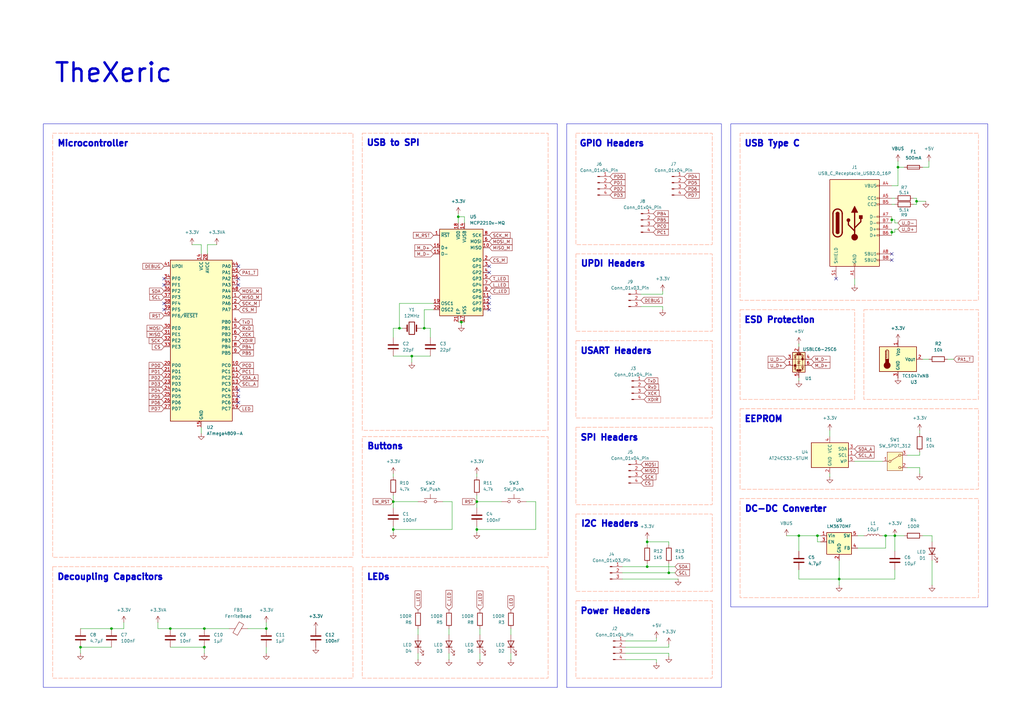
<source format=kicad_sch>
(kicad_sch (version 20231120) (generator "eeschema") (generator_version "8.0")
  (paper "A3")
  (title_block (title "TheXeric") (date "2024-12-04") (rev "1.0") (company "Nikolaos Isaak Bitsikas"))
  (junction (at 365.76 95.25))
  (junction (at 83.82 265.43))
  (junction (at 83.82 257.81))
  (junction (at 45.72 257.81))
  (junction (at 265.43 222.25))
  (junction (at 375.92 82.55))
  (junction (at 161.29 217.17))
  (junction (at 344.17 237.49))
  (junction (at 195.58 217.17))
  (junction (at 187.96 88.9))
  (junction (at 163.83 134.62))
  (junction (at 189.23 132.08))
  (junction (at 365.76 90.17))
  (junction (at 33.02 265.43))
  (junction (at 265.43 232.41))
  (junction (at 109.22 257.81))
  (junction (at 335.28 219.71))
  (junction (at 368.3 68.58))
  (junction (at 327.66 219.71))
  (junction (at 367.03 219.71))
  (junction (at 69.85 257.81))
  (junction (at 274.32 234.95))
  (junction (at 161.29 205.74))
  (junction (at 195.58 205.74))
  (junction (at 173.99 134.62))
  (junction (at 168.91 146.05))
  (junction (at 363.22 219.71))
  (no_connect (at 200.66 127))
  (no_connect (at 200.66 111.76))
  (no_connect (at 200.66 121.92))
  (no_connect (at 97.79 109.22))
  (no_connect (at 67.31 124.46))
  (no_connect (at 97.79 165.1))
  (no_connect (at 67.31 127))
  (no_connect (at 97.79 162.56))
  (no_connect (at 67.31 116.84))
  (no_connect (at 67.31 114.3))
  (no_connect (at 97.79 116.84))
  (no_connect (at 200.66 124.46))
  (no_connect (at 365.76 106.68))
  (no_connect (at 342.9 114.3))
  (no_connect (at 97.79 160.02))
  (no_connect (at 365.76 104.14))
  (no_connect (at 97.79 114.3))
  (no_connect (at 200.66 109.22))
  (wire (pts (xy 374.65 83.82) (xy 375.92 83.82)))
  (wire (pts (xy 219.71 217.17) (xy 195.58 217.17)))
  (wire (pts (xy 335.28 222.25) (xy 336.55 222.25)))
  (wire (pts (xy 368.3 68.58) (xy 368.3 76.2)))
  (wire (pts (xy 327.66 154.94) (xy 327.66 156.21)))
  (wire (pts (xy 209.55 267.97) (xy 209.55 270.51)))
  (wire (pts (xy 335.28 219.71) (xy 335.28 222.25)))
  (wire (pts (xy 381 68.58) (xy 378.46 68.58)))
  (wire (pts (xy 367.03 91.44) (xy 368.3 91.44)))
  (wire (pts (xy 82.55 100.33) (xy 78.74 100.33)))
  (wire (pts (xy 372.11 191.77) (xy 377.19 191.77)))
  (wire (pts (xy 269.24 262.89) (xy 269.24 261.62)))
  (wire (pts (xy 340.36 176.53) (xy 340.36 179.07)))
  (wire (pts (xy 161.29 203.2) (xy 161.29 205.74)))
  (wire (pts (xy 368.3 68.58) (xy 370.84 68.58)))
  (wire (pts (xy 101.6 257.81) (xy 109.22 257.81)))
  (wire (pts (xy 274.32 265.43) (xy 274.32 264.16)))
  (wire (pts (xy 256.54 265.43) (xy 274.32 265.43)))
  (wire (pts (xy 363.22 224.79) (xy 363.22 219.71)))
  (wire (pts (xy 274.32 267.97) (xy 274.32 269.24)))
  (wire (pts (xy 327.66 140.97) (xy 327.66 142.24)))
  (wire (pts (xy 168.91 146.05) (xy 168.91 148.59)))
  (wire (pts (xy 344.17 237.49) (xy 367.03 237.49)))
  (wire (pts (xy 327.66 219.71) (xy 327.66 226.06)))
  (wire (pts (xy 196.85 260.35) (xy 196.85 257.81)))
  (wire (pts (xy 187.96 87.63) (xy 187.96 88.9)))
  (wire (pts (xy 377.19 191.77) (xy 377.19 194.31)))
  (wire (pts (xy 367.03 95.25) (xy 367.03 93.98)))
  (wire (pts (xy 171.45 267.97) (xy 171.45 270.51)))
  (wire (pts (xy 161.29 194.31) (xy 161.29 195.58)))
  (wire (pts (xy 269.24 271.78) (xy 269.24 270.51)))
  (wire (pts (xy 195.58 215.9) (xy 195.58 217.17)))
  (wire (pts (xy 265.43 222.25) (xy 274.32 222.25)))
  (wire (pts (xy 64.77 255.27) (xy 64.77 257.81)))
  (wire (pts (xy 109.22 265.43) (xy 109.22 267.97)))
  (wire (pts (xy 195.58 217.17) (xy 195.58 218.44)))
  (wire (pts (xy 274.32 234.95) (xy 276.86 234.95)))
  (wire (pts (xy 85.09 100.33) (xy 85.09 104.14)))
  (wire (pts (xy 367.03 233.68) (xy 367.03 237.49)))
  (wire (pts (xy 335.28 219.71) (xy 336.55 219.71)))
  (wire (pts (xy 85.09 100.33) (xy 88.9 100.33)))
  (wire (pts (xy 265.43 231.14) (xy 265.43 232.41)))
  (wire (pts (xy 177.8 127) (xy 173.99 127)))
  (wire (pts (xy 344.17 229.87) (xy 344.17 237.49)))
  (wire (pts (xy 33.02 265.43) (xy 45.72 265.43)))
  (wire (pts (xy 184.15 267.97) (xy 184.15 270.51)))
  (wire (pts (xy 195.58 205.74) (xy 205.74 205.74)))
  (wire (pts (xy 161.29 134.62) (xy 163.83 134.62)))
  (wire (pts (xy 271.78 120.65) (xy 271.78 119.38)))
  (wire (pts (xy 256.54 267.97) (xy 274.32 267.97)))
  (wire (pts (xy 161.29 205.74) (xy 161.29 208.28)))
  (wire (pts (xy 195.58 194.31) (xy 195.58 195.58)))
  (wire (pts (xy 172.72 134.62) (xy 173.99 134.62)))
  (wire (pts (xy 378.46 147.32) (xy 381 147.32)))
  (wire (pts (xy 195.58 203.2) (xy 195.58 205.74)))
  (wire (pts (xy 255.27 234.95) (xy 274.32 234.95)))
  (wire (pts (xy 269.24 270.51) (xy 256.54 270.51)))
  (wire (pts (xy 187.96 88.9) (xy 187.96 91.44)))
  (wire (pts (xy 82.55 104.14) (xy 82.55 100.33)))
  (wire (pts (xy 187.96 132.08) (xy 189.23 132.08)))
  (wire (pts (xy 196.85 267.97) (xy 196.85 270.51)))
  (wire (pts (xy 365.76 90.17) (xy 365.76 91.44)))
  (wire (pts (xy 184.15 260.35) (xy 184.15 257.81)))
  (wire (pts (xy 69.85 257.81) (xy 83.82 257.81)))
  (wire (pts (xy 322.58 219.71) (xy 327.66 219.71)))
  (wire (pts (xy 185.42 205.74) (xy 185.42 217.17)))
  (wire (pts (xy 351.79 224.79) (xy 363.22 224.79)))
  (wire (pts (xy 340.36 194.31) (xy 340.36 195.58)))
  (wire (pts (xy 33.02 257.81) (xy 45.72 257.81)))
  (wire (pts (xy 381 66.04) (xy 381 68.58)))
  (wire (pts (xy 372.11 186.69) (xy 377.19 186.69)))
  (wire (pts (xy 327.66 219.71) (xy 335.28 219.71)))
  (wire (pts (xy 50.8 255.27) (xy 50.8 257.81)))
  (wire (pts (xy 262.89 120.65) (xy 271.78 120.65)))
  (wire (pts (xy 185.42 217.17) (xy 161.29 217.17)))
  (wire (pts (xy 365.76 76.2) (xy 368.3 76.2)))
  (wire (pts (xy 365.76 83.82) (xy 367.03 83.82)))
  (wire (pts (xy 274.32 231.14) (xy 274.32 234.95)))
  (wire (pts (xy 377.19 185.42) (xy 377.19 186.69)))
  (wire (pts (xy 367.03 219.71) (xy 370.84 219.71)))
  (wire (pts (xy 168.91 146.05) (xy 176.53 146.05)))
  (wire (pts (xy 351.79 219.71) (xy 354.33 219.71)))
  (wire (pts (xy 83.82 257.81) (xy 93.98 257.81)))
  (wire (pts (xy 161.29 146.05) (xy 168.91 146.05)))
  (wire (pts (xy 350.52 114.3) (xy 350.52 116.84)))
  (wire (pts (xy 64.77 257.81) (xy 69.85 257.81)))
  (wire (pts (xy 375.92 82.55) (xy 375.92 81.28)))
  (wire (pts (xy 189.23 132.08) (xy 189.23 133.35)))
  (wire (pts (xy 187.96 88.9) (xy 190.5 88.9)))
  (wire (pts (xy 378.46 219.71) (xy 382.27 219.71)))
  (wire (pts (xy 209.55 260.35) (xy 209.55 257.81)))
  (wire (pts (xy 327.66 237.49) (xy 344.17 237.49)))
  (wire (pts (xy 219.71 205.74) (xy 219.71 217.17)))
  (wire (pts (xy 327.66 233.68) (xy 327.66 237.49)))
  (wire (pts (xy 255.27 232.41) (xy 265.43 232.41)))
  (wire (pts (xy 375.92 81.28) (xy 374.65 81.28)))
  (wire (pts (xy 367.03 90.17) (xy 367.03 91.44)))
  (wire (pts (xy 377.19 176.53) (xy 377.19 177.8)))
  (wire (pts (xy 33.02 265.43) (xy 33.02 267.97)))
  (wire (pts (xy 161.29 215.9) (xy 161.29 217.17)))
  (wire (pts (xy 382.27 219.71) (xy 382.27 222.25)))
  (wire (pts (xy 265.43 232.41) (xy 276.86 232.41)))
  (wire (pts (xy 215.9 205.74) (xy 219.71 205.74)))
  (wire (pts (xy 344.17 237.49) (xy 344.17 240.03)))
  (wire (pts (xy 262.89 125.73) (xy 271.78 125.73)))
  (wire (pts (xy 161.29 205.74) (xy 171.45 205.74)))
  (wire (pts (xy 173.99 127) (xy 173.99 134.62)))
  (wire (pts (xy 274.32 223.52) (xy 274.32 222.25)))
  (wire (pts (xy 171.45 260.35) (xy 171.45 257.81)))
  (wire (pts (xy 163.83 134.62) (xy 165.1 134.62)))
  (wire (pts (xy 163.83 124.46) (xy 163.83 134.62)))
  (wire (pts (xy 365.76 93.98) (xy 365.76 95.25)))
  (wire (pts (xy 189.23 132.08) (xy 190.5 132.08)))
  (wire (pts (xy 173.99 134.62) (xy 176.53 134.62)))
  (wire (pts (xy 195.58 205.74) (xy 195.58 208.28)))
  (wire (pts (xy 161.29 134.62) (xy 161.29 138.43)))
  (wire (pts (xy 375.92 82.55) (xy 379.73 82.55)))
  (wire (pts (xy 350.52 189.23) (xy 361.95 189.23)))
  (wire (pts (xy 45.72 257.81) (xy 50.8 257.81)))
  (wire (pts (xy 265.43 222.25) (xy 265.43 223.52)))
  (wire (pts (xy 365.76 81.28) (xy 367.03 81.28)))
  (wire (pts (xy 375.92 83.82) (xy 375.92 82.55)))
  (wire (pts (xy 176.53 134.62) (xy 176.53 138.43)))
  (wire (pts (xy 365.76 95.25) (xy 367.03 95.25)))
  (wire (pts (xy 69.85 265.43) (xy 83.82 265.43)))
  (wire (pts (xy 361.95 219.71) (xy 363.22 219.71)))
  (wire (pts (xy 271.78 125.73) (xy 271.78 127)))
  (wire (pts (xy 255.27 237.49) (xy 278.13 237.49)))
  (wire (pts (xy 265.43 220.98) (xy 265.43 222.25)))
  (wire (pts (xy 382.27 229.87) (xy 382.27 240.03)))
  (wire (pts (xy 391.16 147.32) (xy 388.62 147.32)))
  (wire (pts (xy 82.55 175.26) (xy 82.55 177.8)))
  (wire (pts (xy 368.3 66.04) (xy 368.3 68.58)))
  (wire (pts (xy 363.22 219.71) (xy 367.03 219.71)))
  (wire (pts (xy 367.03 219.71) (xy 367.03 226.06)))
  (wire (pts (xy 256.54 262.89) (xy 269.24 262.89)))
  (wire (pts (xy 365.76 90.17) (xy 367.03 90.17)))
  (wire (pts (xy 177.8 124.46) (xy 163.83 124.46)))
  (wire (pts (xy 181.61 205.74) (xy 185.42 205.74)))
  (wire (pts (xy 367.03 93.98) (xy 368.3 93.98)))
  (wire (pts (xy 161.29 217.17) (xy 161.29 218.44)))
  (wire (pts (xy 365.76 95.25) (xy 365.76 96.52)))
  (wire (pts (xy 190.5 91.44) (xy 190.5 88.9)))
  (wire (pts (xy 83.82 265.43) (xy 83.82 267.97)))
  (wire (pts (xy 109.22 255.27) (xy 109.22 257.81)))
  (wire (pts (xy 365.76 88.9) (xy 365.76 90.17)))
  (rectangle (start 21.59 54.61) (end 144.78 228.6) (stroke (width 0) (type dash) (color 255 132 97 1)))
  (rectangle (start 299.72 50.8) (end 405.13 248.92))
  (rectangle (start 232.41 50.8) (end 295.91 281.94))
  (rectangle (start 148.59 179.07) (end 224.79 228.6) (stroke (width 0) (type dash) (color 255 132 97 1)))
  (rectangle (start 236.22 175.26) (end 292.1 207.01) (stroke (width 0) (type dash) (color 255 132 97 1)))
  (rectangle (start 303.53 54.61) (end 401.32 123.19) (stroke (width 0) (type dash) (color 255 132 97 1)))
  (rectangle (start 21.59 232.41) (end 144.78 278.13) (stroke (width 0) (type dash) (color 255 132 97 1)))
  (rectangle (start 148.59 54.61) (end 224.79 176.53) (stroke (width 0) (type dash) (color 255 132 97 1)))
  (rectangle (start 236.22 210.82) (end 292.1 242.57) (stroke (width 0) (type dash) (color 255 132 97 1)))
  (rectangle (start 303.53 127) (end 350.52 163.83) (stroke (width 0) (type dash) (color 255 132 97 1)))
  (rectangle (start 236.22 54.61) (end 292.1 100.33) (stroke (width 0) (type dash) (color 255 132 97 1)))
  (rectangle (start 236.22 246.38) (end 292.1 278.13) (stroke (width 0) (type dash) (color 255 132 97 1)))
  (rectangle (start 303.53 167.64) (end 401.32 200.66) (stroke (width 0) (type dash) (color 255 132 97 1)))
  (rectangle (start 354.33 127) (end 401.32 163.83) (stroke (width 0) (type dash) (color 255 132 97 1)))
  (rectangle (start 236.22 104.14) (end 292.1 135.89) (stroke (width 0) (type dash) (color 255 132 97 1)))
  (rectangle (start 17.78 50.8) (end 228.6 281.94))
  (rectangle (start 236.22 139.7) (end 292.1 171.45) (stroke (width 0) (type dash) (color 255 132 97 1)))
  (rectangle (start 148.59 232.41) (end 224.79 278.13) (stroke (width 0) (type dash) (color 255 132 97 1)))
  (rectangle (start 303.53 204.47) (end 401.32 245.11) (stroke (width 0) (type dash) (color 255 132 97 1)))
  (text "Microcontroller" (at 38.1 58.928 0) (effects (font (size 2.54 2.54) (thickness 1.016) (bold yes))))
  (text "EEPROM" (at 313.182 171.958 0) (effects (font (size 2.54 2.54) (thickness 1.016) (bold yes))))
  (text "USART Headers" (at 252.73 144.018 0) (effects (font (size 2.54 2.54) (thickness 1.016) (bold yes))))
  (text "LEDs" (at 155.194 236.728 0) (effects (font (size 2.54 2.54) (thickness 1.016) (bold yes))))
  (text "USB Type C" (at 316.738 58.928 0) (effects (font (size 2.54 2.54) (thickness 1.016) (bold yes))))
  (text "Power Headers" (at 252.476 250.698 0) (effects (font (size 2.54 2.54) (thickness 1.016) (bold yes))))
  (text "Buttons" (at 157.988 183.134 0) (effects (font (size 2.54 2.54) (thickness 1.016) (bold yes))))
  (text "UPDI Headers" (at 251.46 108.204 0) (effects (font (size 2.54 2.54) (thickness 1.016) (bold yes))))
  (text "GPIO Headers" (at 250.952 58.928 0) (effects (font (size 2.54 2.54) (thickness 1.016) (bold yes))))
  (text "TheXeric" (at 46.482 29.972 0) (effects (font (size 7.62 7.62) (thickness 1.016) (bold yes))))
  (text "I2C Headers" (at 250.19 214.884 0) (effects (font (size 2.54 2.54) (thickness 1.016) (bold yes))))
  (text "USB to SPI" (at 161.29 58.674 0) (effects (font (size 2.54 2.54) (thickness 1.016) (bold yes))))
  (text "SPI Headers" (at 249.936 179.578 0) (effects (font (size 2.54 2.54) (thickness 1.016) (bold yes))))
  (text "DC-DC Converter" (at 322.326 208.788 0) (effects (font (size 2.54 2.54) (thickness 1.016) (bold yes))))
  (text "Decoupling Capacitors" (at 45.212 236.728 0) (effects (font (size 2.54 2.54) (thickness 1.016) (bold yes))))
  (text "ESD Protection" (at 319.786 131.318 0) (effects (font (size 2.54 2.54) (thickness 1.016) (bold yes))))
  (global_label "L_LED" (shape input) (at 171.45 250.19 90) (property "Intersheetrefs" "${INTERSHEET_REFS}" (effects (hide yes))))
  (global_label "PD7" (shape input) (at 280.67 80.01 0) (property "Intersheetrefs" "${INTERSHEET_REFS}" (effects (hide yes))))
  (global_label "PD0" (shape input) (at 67.31 149.86 180) (property "Intersheetrefs" "${INTERSHEET_REFS}" (effects (hide yes))))
  (global_label "L_LED" (shape input) (at 200.66 116.84 0) (property "Intersheetrefs" "${INTERSHEET_REFS}" (effects (hide yes))))
  (global_label "PD4" (shape input) (at 67.31 160.02 180) (property "Intersheetrefs" "${INTERSHEET_REFS}" (effects (hide yes))))
  (global_label "LED" (shape input) (at 209.55 250.19 90) (property "Intersheetrefs" "${INTERSHEET_REFS}" (effects (hide yes))))
  (global_label "PD5" (shape input) (at 280.67 74.93 0) (property "Intersheetrefs" "${INTERSHEET_REFS}" (effects (hide yes))))
  (global_label "SCL" (shape input) (at 67.31 121.92 180) (property "Intersheetrefs" "${INTERSHEET_REFS}" (effects (hide yes))))
  (global_label "SDA" (shape input) (at 67.31 119.38 180) (property "Intersheetrefs" "${INTERSHEET_REFS}" (effects (hide yes))))
  (global_label "RST" (shape input) (at 67.31 129.54 180) (property "Intersheetrefs" "${INTERSHEET_REFS}" (effects (hide yes))))
  (global_label "SDA_A" (shape input) (at 97.79 154.94 0) (property "Intersheetrefs" "${INTERSHEET_REFS}" (effects (hide yes))))
  (global_label "M_RST" (shape input) (at 161.29 205.74 180) (property "Intersheetrefs" "${INTERSHEET_REFS}" (effects (hide yes))))
  (global_label "M_D+" (shape input) (at 177.8 101.6 180) (property "Intersheetrefs" "${INTERSHEET_REFS}" (effects (hide yes))))
  (global_label "XDIR" (shape input) (at 264.16 163.83 0) (property "Intersheetrefs" "${INTERSHEET_REFS}" (effects (hide yes))))
  (global_label "C_LED" (shape input) (at 184.15 250.19 90) (property "Intersheetrefs" "${INTERSHEET_REFS}" (effects (hide yes))))
  (global_label "SCK_M" (shape input) (at 200.66 96.52 0) (property "Intersheetrefs" "${INTERSHEET_REFS}" (effects (hide yes))))
  (global_label "PB5" (shape input) (at 267.97 90.17 0) (property "Intersheetrefs" "${INTERSHEET_REFS}" (effects (hide yes))))
  (global_label "SDA" (shape input) (at 276.86 232.41 0) (property "Intersheetrefs" "${INTERSHEET_REFS}" (effects (hide yes))))
  (global_label "PD3" (shape input) (at 250.19 80.01 0) (property "Intersheetrefs" "${INTERSHEET_REFS}" (effects (hide yes))))
  (global_label "PD1" (shape input) (at 250.19 74.93 0) (property "Intersheetrefs" "${INTERSHEET_REFS}" (effects (hide yes))))
  (global_label "RxD" (shape input) (at 97.79 134.62 0) (property "Intersheetrefs" "${INTERSHEET_REFS}" (effects (hide yes))))
  (global_label "T_LED" (shape input) (at 200.66 114.3 0) (property "Intersheetrefs" "${INTERSHEET_REFS}" (effects (hide yes))))
  (global_label "SCK" (shape input) (at 262.89 195.58 0) (property "Intersheetrefs" "${INTERSHEET_REFS}" (effects (hide yes))))
  (global_label "MISO" (shape input) (at 67.31 137.16 180) (property "Intersheetrefs" "${INTERSHEET_REFS}" (effects (hide yes))))
  (global_label "CS" (shape input) (at 262.89 198.12 0) (property "Intersheetrefs" "${INTERSHEET_REFS}" (effects (hide yes))))
  (global_label "PB5" (shape input) (at 97.79 144.78 0) (property "Intersheetrefs" "${INTERSHEET_REFS}" (effects (hide yes))))
  (global_label "PD4" (shape input) (at 280.67 72.39 0) (property "Intersheetrefs" "${INTERSHEET_REFS}" (effects (hide yes))))
  (global_label "RST" (shape input) (at 195.58 205.74 180) (property "Intersheetrefs" "${INTERSHEET_REFS}" (effects (hide yes))))
  (global_label "PD5" (shape input) (at 67.31 162.56 180) (property "Intersheetrefs" "${INTERSHEET_REFS}" (effects (hide yes))))
  (global_label "PD6" (shape input) (at 67.31 165.1 180) (property "Intersheetrefs" "${INTERSHEET_REFS}" (effects (hide yes))))
  (global_label "SCL_A" (shape input) (at 350.52 186.69 0) (property "Intersheetrefs" "${INTERSHEET_REFS}" (effects (hide yes))))
  (global_label "T_LED" (shape input) (at 196.85 250.19 90) (property "Intersheetrefs" "${INTERSHEET_REFS}" (effects (hide yes))))
  (global_label "PD3" (shape input) (at 67.31 157.48 180) (property "Intersheetrefs" "${INTERSHEET_REFS}" (effects (hide yes))))
  (global_label "C_LED" (shape input) (at 200.66 119.38 0) (property "Intersheetrefs" "${INTERSHEET_REFS}" (effects (hide yes))))
  (global_label "M_D-" (shape input) (at 177.8 104.14 180) (property "Intersheetrefs" "${INTERSHEET_REFS}" (effects (hide yes))))
  (global_label "PD2" (shape input) (at 67.31 154.94 180) (property "Intersheetrefs" "${INTERSHEET_REFS}" (effects (hide yes))))
  (global_label "PC1" (shape input) (at 97.79 152.4 0) (property "Intersheetrefs" "${INTERSHEET_REFS}" (effects (hide yes))))
  (global_label "PA1_T" (shape input) (at 97.79 111.76 0) (property "Intersheetrefs" "${INTERSHEET_REFS}" (effects (hide yes))))
  (global_label "SCL" (shape input) (at 276.86 234.95 0) (property "Intersheetrefs" "${INTERSHEET_REFS}" (effects (hide yes))))
  (global_label "M_D-" (shape input) (at 332.74 147.32 0) (property "Intersheetrefs" "${INTERSHEET_REFS}" (effects (hide yes))))
  (global_label "M_RST" (shape input) (at 177.8 96.52 180) (property "Intersheetrefs" "${INTERSHEET_REFS}" (effects (hide yes))))
  (global_label "PB4" (shape input) (at 97.79 142.24 0) (property "Intersheetrefs" "${INTERSHEET_REFS}" (effects (hide yes))))
  (global_label "MISO" (shape input) (at 262.89 193.04 0) (property "Intersheetrefs" "${INTERSHEET_REFS}" (effects (hide yes))))
  (global_label "XDIR" (shape input) (at 97.79 139.7 0) (property "Intersheetrefs" "${INTERSHEET_REFS}" (effects (hide yes))))
  (global_label "PD7" (shape input) (at 67.31 167.64 180) (property "Intersheetrefs" "${INTERSHEET_REFS}" (effects (hide yes))))
  (global_label "U_D-" (shape input) (at 368.3 91.44 0) (property "Intersheetrefs" "${INTERSHEET_REFS}" (effects (hide yes))))
  (global_label "PB4" (shape input) (at 267.97 87.63 0) (property "Intersheetrefs" "${INTERSHEET_REFS}" (effects (hide yes))))
  (global_label "MISO_M" (shape input) (at 200.66 101.6 0) (property "Intersheetrefs" "${INTERSHEET_REFS}" (effects (hide yes))))
  (global_label "TxD" (shape input) (at 97.79 132.08 0) (property "Intersheetrefs" "${INTERSHEET_REFS}" (effects (hide yes))))
  (global_label "M_D+" (shape input) (at 332.74 149.86 0) (property "Intersheetrefs" "${INTERSHEET_REFS}" (effects (hide yes))))
  (global_label "CS_M" (shape input) (at 200.66 106.68 0) (property "Intersheetrefs" "${INTERSHEET_REFS}" (effects (hide yes))))
  (global_label "LED" (shape input) (at 97.79 167.64 0) (property "Intersheetrefs" "${INTERSHEET_REFS}" (effects (hide yes))))
  (global_label "CS_M" (shape input) (at 97.79 127 0) (property "Intersheetrefs" "${INTERSHEET_REFS}" (effects (hide yes))))
  (global_label "MOSI" (shape input) (at 67.31 134.62 180) (property "Intersheetrefs" "${INTERSHEET_REFS}" (effects (hide yes))))
  (global_label "PD6" (shape input) (at 280.67 77.47 0) (property "Intersheetrefs" "${INTERSHEET_REFS}" (effects (hide yes))))
  (global_label "DEBUG" (shape input) (at 67.31 109.22 180) (property "Intersheetrefs" "${INTERSHEET_REFS}" (effects (hide yes))))
  (global_label "SCL_A" (shape input) (at 97.79 157.48 0) (property "Intersheetrefs" "${INTERSHEET_REFS}" (effects (hide yes))))
  (global_label "RxD" (shape input) (at 264.16 158.75 0) (property "Intersheetrefs" "${INTERSHEET_REFS}" (effects (hide yes))))
  (global_label "TxD" (shape input) (at 264.16 156.21 0) (property "Intersheetrefs" "${INTERSHEET_REFS}" (effects (hide yes))))
  (global_label "PA1_T" (shape input) (at 391.16 147.32 0) (property "Intersheetrefs" "${INTERSHEET_REFS}" (effects (hide yes))))
  (global_label "PD2" (shape input) (at 250.19 77.47 0) (property "Intersheetrefs" "${INTERSHEET_REFS}" (effects (hide yes))))
  (global_label "XCK" (shape input) (at 97.79 137.16 0) (property "Intersheetrefs" "${INTERSHEET_REFS}" (effects (hide yes))))
  (global_label "MOSI_M" (shape input) (at 200.66 99.06 0) (property "Intersheetrefs" "${INTERSHEET_REFS}" (effects (hide yes))))
  (global_label "PC0" (shape input) (at 97.79 149.86 0) (property "Intersheetrefs" "${INTERSHEET_REFS}" (effects (hide yes))))
  (global_label "PD0" (shape input) (at 250.19 72.39 0) (property "Intersheetrefs" "${INTERSHEET_REFS}" (effects (hide yes))))
  (global_label "XCK" (shape input) (at 264.16 161.29 0) (property "Intersheetrefs" "${INTERSHEET_REFS}" (effects (hide yes))))
  (global_label "CS" (shape input) (at 67.31 142.24 180) (property "Intersheetrefs" "${INTERSHEET_REFS}" (effects (hide yes))))
  (global_label "U_D+" (shape input) (at 368.3 93.98 0) (property "Intersheetrefs" "${INTERSHEET_REFS}" (effects (hide yes))))
  (global_label "PD1" (shape input) (at 67.31 152.4 180) (property "Intersheetrefs" "${INTERSHEET_REFS}" (effects (hide yes))))
  (global_label "PC1" (shape input) (at 267.97 95.25 0) (property "Intersheetrefs" "${INTERSHEET_REFS}" (effects (hide yes))))
  (global_label "U_D-" (shape input) (at 322.58 147.32 180) (property "Intersheetrefs" "${INTERSHEET_REFS}" (effects (hide yes))))
  (global_label "SCK" (shape input) (at 67.31 139.7 180) (property "Intersheetrefs" "${INTERSHEET_REFS}" (effects (hide yes))))
  (global_label "DEBUG" (shape input) (at 262.89 123.19 0) (property "Intersheetrefs" "${INTERSHEET_REFS}" (effects (hide yes))))
  (global_label "MISO_M" (shape input) (at 97.79 121.92 0) (property "Intersheetrefs" "${INTERSHEET_REFS}" (effects (hide yes))))
  (global_label "U_D+" (shape input) (at 322.58 149.86 180) (property "Intersheetrefs" "${INTERSHEET_REFS}" (effects (hide yes))))
  (global_label "MOSI_M" (shape input) (at 97.79 119.38 0) (property "Intersheetrefs" "${INTERSHEET_REFS}" (effects (hide yes))))
  (global_label "MOSI" (shape input) (at 262.89 190.5 0) (property "Intersheetrefs" "${INTERSHEET_REFS}" (effects (hide yes))))
  (global_label "SCK_M" (shape input) (at 97.79 124.46 0) (property "Intersheetrefs" "${INTERSHEET_REFS}" (effects (hide yes))))
  (global_label "PC0" (shape input) (at 267.97 92.71 0) (property "Intersheetrefs" "${INTERSHEET_REFS}" (effects (hide yes))))
  (global_label "SDA_A" (shape input) (at 350.52 184.15 0) (property "Intersheetrefs" "${INTERSHEET_REFS}" (effects (hide yes))))
  (symbol (lib_id "Device:FerriteBead") (at 97.79 257.81 90) (unit 1)
    (property "Reference" "FB1" (at 97.7392 250.19 90))
    (property "Value" "FerriteBead" (at 97.7392 252.73 90))
    (property "Description" "Ferrite bead" (effects (hide yes)))
  )
  (symbol (lib_id "power:+5V") (at 269.24 261.62 0) (unit 1)
    (property "Reference" "#PWR039" (effects (hide yes)))
    (property "Value" "+5V" (at 269.24 256.54 0))
    (property "Description" "Power symbol creates a global label with name \"+5V\"" (effects (hide yes)))
  )
  (symbol (lib_id "power:+3.3V") (at 161.29 194.31 0) (unit 1)
    (property "Reference" "#PWR015" (effects (hide yes)))
    (property "Value" "+3.3V" (at 161.29 189.23 0))
    (property "Description" "Power symbol creates a global label with name \"+3.3V\"" (effects (hide yes)))
  )
  (symbol (lib_id "power:+3.3V") (at 129.54 257.81 0) (unit 1)
    (property "Reference" "#PWR038" (effects (hide yes)))
    (property "Value" "+3.3V" (at 129.54 252.73 0))
    (property "Description" "Power symbol creates a global label with name \"+3.3V\"" (effects (hide yes)))
  )
  (symbol (lib_id "Memory_EEPROM:AT24CS32-STUM") (at 340.36 186.69 0) (unit 1)
    (property "Reference" "U4" (at 331.47 185.4199 0) (effects (justify right)))
    (property "Value" "AT24CS32-STUM" (at 331.47 187.9599 0) (effects (justify right)))
    (property "Footprint" "Package_TO_SOT_SMD:SOT-23-5" (effects (hide yes)))
    (property "Datasheet" "http://ww1.microchip.com/downloads/en/DeviceDoc/Atmel-8869-SEEPROM-AT24CS32-Datasheet.pdf" (effects (hide yes)))
    (property "Description" "I2C Serial EEPROM, 32Kb (4096x8) with Unique Serial Number, SOT-23-5" (effects (hide yes)))
  )
  (symbol (lib_id "power:+3.3V") (at 265.43 220.98 0) (unit 1)
    (property "Reference" "#PWR044" (effects (hide yes)))
    (property "Value" "+3.3V" (at 265.43 215.9 0))
    (property "Description" "Power symbol creates a global label with name \"+3.3V\"" (effects (hide yes)))
  )
  (symbol (lib_id "power:GND") (at 189.23 133.35 0) (unit 1)
    (property "Reference" "#PWR010" (effects (hide yes)))
    (property "Value" "GND" (effects (hide yes)))
    (property "Description" "Power symbol creates a global label with name \"GND\" , ground" (effects (hide yes)))
  )
  (symbol (lib_id "Device:R") (at 274.32 227.33 0) (unit 1)
    (property "Reference" "R13" (at 276.86 226.0599 0) (effects (justify left)))
    (property "Value" "1k5" (at 276.86 228.5999 0) (effects (justify left)))
    (property "Description" "Resistor" (effects (hide yes)))
  )
  (symbol (lib_id "Device:R") (at 196.85 254 180) (unit 1)
    (property "Reference" "R8" (at 194.31 255.2701 0) (effects (justify left)))
    (property "Value" "100R" (at 194.31 252.7301 0) (effects (justify left)))
    (property "Description" "Resistor" (effects (hide yes)))
  )
  (symbol (lib_id "Device:C") (at 69.85 261.62 0) (unit 1)
    (property "Reference" "C9" (at 73.66 260.3499 0) (effects (justify left)))
    (property "Value" "10nF" (at 73.66 262.8899 0) (effects (justify left)))
    (property "Description" "Unpolarized capacitor" (effects (hide yes)))
  )
  (symbol (lib_id "Device:R") (at 370.84 83.82 90) (unit 1)
    (property "Reference" "R9" (at 370.84 88.138 90))
    (property "Value" "5.1k" (at 370.84 86.106 90))
    (property "Description" "Resistor" (effects (hide yes)))
  )
  (symbol (lib_id "MCU_Microchip_ATmega:ATmega4809-A") (at 82.55 139.7 0) (unit 1)
    (property "Reference" "U2" (at 84.7441 175.26 0) (effects (justify left)))
    (property "Value" "ATmega4809-A" (at 84.7441 177.8 0) (effects (justify left)))
    (property "Footprint" "Package_QFP:TQFP-48_7x7mm_P0.5mm" (effects (hide yes)))
    (property "Datasheet" "http://ww1.microchip.com/downloads/en/DeviceDoc/40002016A.pdf" (effects (hide yes)))
    (property "Description" "20MHz, 48kB Flash, 6kB SRAM, 256B EEPROM, TQFP-48" (effects (hide yes)))
  )
  (symbol (lib_id "Device:Fuse") (at 374.65 68.58 90) (unit 1)
    (property "Reference" "F1" (at 374.65 62.23 90))
    (property "Value" "500mA" (at 374.65 64.77 90))
    (property "Description" "Fuse" (effects (hide yes)))
  )
  (symbol (lib_id "power:GND") (at 269.24 271.78 0) (unit 1)
    (property "Reference" "#PWR041" (effects (hide yes)))
    (property "Value" "GND" (effects (hide yes)))
    (property "Description" "Power symbol creates a global label with name \"GND\" , ground" (effects (hide yes)))
  )
  (symbol (lib_id "Power_Protection:USBLC6-2SC6") (at 327.66 149.86 0) (mirror x) (unit 1)
    (property "Reference" "U1" (at 330.2 155.194 0) (effects (justify left)))
    (property "Value" "USBLC6-2SC6" (at 329.184 143.256 0) (effects (justify left)))
    (property "Footprint" "Package_TO_SOT_SMD:SOT-23-6" (effects (hide yes)))
    (property "Datasheet" "https://www.st.com/resource/en/datasheet/usblc6-2.pdf" (effects (hide yes)))
    (property "Description" "Very low capacitance ESD protection diode, 2 data-line, SOT-23-6" (effects (hide yes)))
  )
  (symbol (lib_id "power:GND") (at 171.45 270.51 0) (unit 1)
    (property "Reference" "#PWR022" (effects (hide yes)))
    (property "Value" "GND" (effects (hide yes)))
    (property "Description" "Power symbol creates a global label with name \"GND\" , ground" (effects (hide yes)))
  )
  (symbol (lib_id "Connector:Conn_01x04_Pin") (at 251.46 265.43 0) (unit 1)
    (property "Reference" "J2" (at 252.095 257.81 0))
    (property "Value" "Conn_01x04_Pin" (at 252.095 260.35 0))
    (property "Description" "Generic connector, single row, 01x04, script generated" (effects (hide yes)))
  )
  (symbol (lib_id "Device:R") (at 265.43 227.33 0) (unit 1)
    (property "Reference" "R12" (at 267.97 226.0599 0) (effects (justify left)))
    (property "Value" "1k5" (at 267.97 228.5999 0) (effects (justify left)))
    (property "Description" "Resistor" (effects (hide yes)))
  )
  (symbol (lib_id "power:GND") (at 327.66 156.21 0) (unit 1)
    (property "Reference" "#PWR011" (effects (hide yes)))
    (property "Value" "GND" (effects (hide yes)))
    (property "Description" "Power symbol creates a global label with name \"GND\" , ground" (effects (hide yes)))
  )
  (symbol (lib_id "power:VBUS") (at 322.58 219.71 0) (unit 1)
    (property "Reference" "#PWR026" (effects (hide yes)))
    (property "Value" "VBUS" (at 322.58 214.63 0))
    (property "Description" "Power symbol creates a global label with name \"VBUS\"" (effects (hide yes)))
  )
  (symbol (lib_id "Switch:SW_SPDT_312") (at 367.03 189.23 0) (unit 1)
    (property "Reference" "SW1" (at 367.03 180.34 0))
    (property "Value" "SW_SPDT_312" (at 367.03 182.88 0))
    (property "Description" "Switch, single pole double throw" (effects (hide yes)))
  )
  (symbol (lib_id "Device:C") (at 195.58 212.09 0) (unit 1)
    (property "Reference" "C4" (at 199.39 210.8199 0) (effects (justify left)))
    (property "Value" "100nF" (at 199.39 213.3599 0) (effects (justify left)))
    (property "Description" "Unpolarized capacitor" (effects (hide yes)))
  )
  (symbol (lib_id "Switch:SW_Push") (at 176.53 205.74 0) (unit 1)
    (property "Reference" "SW2" (at 176.53 198.12 0))
    (property "Value" "SW_Push" (at 176.53 200.66 0))
    (property "Description" "Push button switch, generic, two pins" (effects (hide yes)))
  )
  (symbol (lib_id "power:+3.3V") (at 368.3 139.7 0) (unit 1)
    (property "Reference" "#PWR016" (effects (hide yes)))
    (property "Value" "+3.3V" (at 368.3 134.62 0))
    (property "Description" "Power symbol creates a global label with name \"+3.3V\"" (effects (hide yes)))
  )
  (symbol (lib_id "power:GND") (at 368.3 154.94 0) (unit 1)
    (property "Reference" "#PWR06" (effects (hide yes)))
    (property "Value" "GND" (effects (hide yes)))
    (property "Description" "Power symbol creates a global label with name \"GND\" , ground" (effects (hide yes)))
  )
  (symbol (lib_id "Device:R") (at 195.58 199.39 180) (unit 1)
    (property "Reference" "R11" (at 198.12 198.1199 0) (effects (justify right)))
    (property "Value" "4.7k" (at 198.12 200.6599 0) (effects (justify right)))
    (property "Description" "Resistor" (effects (hide yes)))
  )
  (symbol (lib_id "Device:C") (at 161.29 142.24 0) (unit 1)
    (property "Reference" "C2" (at 165.1 140.9699 0) (effects (justify left)))
    (property "Value" "22pF" (at 165.1 143.5099 0) (effects (justify left)))
    (property "Description" "Unpolarized capacitor" (effects (hide yes)))
  )
  (symbol (lib_id "power:+5V") (at 381 66.04 0) (unit 1)
    (property "Reference" "#PWR014" (effects (hide yes)))
    (property "Value" "+5V" (at 381 60.96 0))
    (property "Description" "Power symbol creates a global label with name \"+5V\"" (effects (hide yes)))
  )
  (symbol (lib_id "Device:LED") (at 196.85 264.16 90) (unit 1)
    (property "Reference" "D6" (at 194.31 267.0176 90) (effects (justify left)))
    (property "Value" "LED" (at 194.31 264.4776 90) (effects (justify left)))
    (property "Description" "Light emitting diode" (effects (hide yes)))
  )
  (symbol (lib_id "Regulator_Switching:LM3670MF") (at 344.17 222.25 0) (unit 1)
    (property "Reference" "U6" (at 344.17 213.36 0))
    (property "Value" "LM3670MF" (at 344.17 215.9 0))
    (property "Footprint" "Package_TO_SOT_SMD:TSOT-23-5" (effects (hide yes)))
    (property "Datasheet" "http://www.ti.com/lit/ds/symlink/lm3670.pdf" (effects (hide yes)))
    (property "Description" "Miniature Step-Down DC-DC Converter for Ultralow Voltage Circuits, 2.5V < Vin < 5.5V, adjustable output voltage, SOT-23-5" (effects (hide yes)))
  )
  (symbol (lib_id "power:GND") (at 382.27 240.03 0) (unit 1)
    (property "Reference" "#PWR020" (effects (hide yes)))
    (property "Value" "GND" (effects (hide yes)))
    (property "Description" "Power symbol creates a global label with name \"GND\" , ground" (effects (hide yes)))
  )
  (symbol (lib_id "power:+3.3V") (at 340.36 176.53 0) (unit 1)
    (property "Reference" "#PWR019" (effects (hide yes)))
    (property "Value" "+3.3V" (at 340.36 171.45 0))
    (property "Description" "Power symbol creates a global label with name \"+3.3V\"" (effects (hide yes)))
  )
  (symbol (lib_id "power:+3.3V") (at 377.19 176.53 0) (unit 1)
    (property "Reference" "#PWR024" (effects (hide yes)))
    (property "Value" "+3.3V" (at 377.19 171.45 0))
    (property "Description" "Power symbol creates a global label with name \"+3.3V\"" (effects (hide yes)))
  )
  (symbol (lib_id "power:+3.3V") (at 271.78 119.38 0) (unit 1)
    (property "Reference" "#PWR045" (effects (hide yes)))
    (property "Value" "+3.3V" (at 271.78 114.3 0))
    (property "Description" "Power symbol creates a global label with name \"+3.3V\"" (effects (hide yes)))
  )
  (symbol (lib_id "power:GND") (at 33.02 267.97 0) (unit 1)
    (property "Reference" "#PWR032" (effects (hide yes)))
    (property "Value" "GND" (effects (hide yes)))
    (property "Description" "Power symbol creates a global label with name \"GND\" , ground" (effects (hide yes)))
  )
  (symbol (lib_id "power:GND") (at 344.17 240.03 0) (unit 1)
    (property "Reference" "#PWR025" (effects (hide yes)))
    (property "Value" "GND" (effects (hide yes)))
    (property "Description" "Power symbol creates a global label with name \"GND\" , ground" (effects (hide yes)))
  )
  (symbol (lib_id "power:GND") (at 195.58 218.44 0) (unit 1)
    (property "Reference" "#PWR018" (effects (hide yes)))
    (property "Value" "GND" (effects (hide yes)))
    (property "Description" "Power symbol creates a global label with name \"GND\" , ground" (effects (hide yes)))
  )
  (symbol (lib_id "power:GND") (at 350.52 116.84 0) (unit 1)
    (property "Reference" "#PWR08" (effects (hide yes)))
    (property "Value" "GND" (effects (hide yes)))
    (property "Description" "Power symbol creates a global label with name \"GND\" , ground" (effects (hide yes)))
  )
  (symbol (lib_id "Connector:Conn_01x04_Pin") (at 259.08 158.75 0) (unit 1)
    (property "Reference" "J3" (at 259.715 151.13 0))
    (property "Value" "Conn_01x04_Pin" (at 259.715 153.67 0))
    (property "Description" "Generic connector, single row, 01x04, script generated" (effects (hide yes)))
  )
  (symbol (lib_id "Device:C") (at 83.82 261.62 0) (unit 1)
    (property "Reference" "C10" (at 87.63 260.3499 0) (effects (justify left)))
    (property "Value" "1μF" (at 87.63 262.8899 0) (effects (justify left)))
    (property "Description" "Unpolarized capacitor" (effects (hide yes)))
  )
  (symbol (lib_id "Device:R") (at 184.15 254 180) (unit 1)
    (property "Reference" "R5" (at 181.61 255.2701 0) (effects (justify left)))
    (property "Value" "100R" (at 181.61 252.7301 0) (effects (justify left)))
    (property "Description" "Resistor" (effects (hide yes)))
  )
  (symbol (lib_id "Device:C") (at 176.53 142.24 0) (unit 1)
    (property "Reference" "C3" (at 180.34 140.9699 0) (effects (justify left)))
    (property "Value" "22pF" (at 180.34 143.5099 0) (effects (justify left)))
    (property "Description" "Unpolarized capacitor" (effects (hide yes)))
  )
  (symbol (lib_id "Device:Crystal") (at 168.91 134.62 0) (unit 1)
    (property "Reference" "Y1" (at 168.91 127 0))
    (property "Value" "12MHz" (at 168.91 129.54 0))
    (property "Description" "Two pin crystal" (effects (hide yes)))
  )
  (symbol (lib_id "power:+3.3V") (at 109.22 255.27 0) (unit 1)
    (property "Reference" "#PWR036" (effects (hide yes)))
    (property "Value" "+3.3V" (at 109.22 250.19 0))
    (property "Description" "Power symbol creates a global label with name \"+3.3V\"" (effects (hide yes)))
  )
  (symbol (lib_id "power:+3.3VA") (at 64.77 255.27 0) (unit 1)
    (property "Reference" "#PWR033" (effects (hide yes)))
    (property "Value" "+3.3VA" (at 64.77 250.19 0))
    (property "Description" "Power symbol creates a global label with name \"+3.3VA\"" (effects (hide yes)))
  )
  (symbol (lib_id "Device:L") (at 358.14 219.71 90) (unit 1)
    (property "Reference" "L1" (at 358.14 214.63 90))
    (property "Value" "10μF" (at 358.14 217.17 90))
    (property "Description" "Inductor" (effects (hide yes)))
  )
  (symbol (lib_id "Device:LED") (at 184.15 264.16 90) (unit 1)
    (property "Reference" "D3" (at 181.61 267.0176 90) (effects (justify left)))
    (property "Value" "LED" (at 181.61 264.4776 90) (effects (justify left)))
    (property "Description" "Light emitting diode" (effects (hide yes)))
  )
  (symbol (lib_id "Device:C") (at 161.29 212.09 0) (unit 1)
    (property "Reference" "C1" (at 165.1 210.8199 0) (effects (justify left)))
    (property "Value" "100nF" (at 165.1 213.3599 0) (effects (justify left)))
    (property "Description" "Unpolarized capacitor" (effects (hide yes)))
  )
  (symbol (lib_id "Device:R") (at 377.19 181.61 180) (unit 1)
    (property "Reference" "R1" (at 379.73 180.3399 0) (effects (justify right)))
    (property "Value" "10k" (at 379.73 182.8799 0) (effects (justify right)))
    (property "Description" "Resistor" (effects (hide yes)))
  )
  (symbol (lib_id "power:GND") (at 83.82 267.97 0) (unit 1)
    (property "Reference" "#PWR034" (effects (hide yes)))
    (property "Value" "GND" (effects (hide yes)))
    (property "Description" "Power symbol creates a global label with name \"GND\" , ground" (effects (hide yes)))
  )
  (symbol (lib_id "power:GND") (at 278.13 237.49 0) (unit 1)
    (property "Reference" "#PWR043" (effects (hide yes)))
    (property "Value" "GND" (effects (hide yes)))
    (property "Description" "Power symbol creates a global label with name \"GND\" , ground" (effects (hide yes)))
  )
  (symbol (lib_id "power:GND") (at 209.55 270.51 0) (unit 1)
    (property "Reference" "#PWR02" (effects (hide yes)))
    (property "Value" "GND" (effects (hide yes)))
    (property "Description" "Power symbol creates a global label with name \"GND\" , ground" (effects (hide yes)))
  )
  (symbol (lib_id "Device:R") (at 161.29 199.39 180) (unit 1)
    (property "Reference" "R10" (at 163.83 198.1199 0) (effects (justify right)))
    (property "Value" "4.7k" (at 163.83 200.6599 0) (effects (justify right)))
    (property "Description" "Resistor" (effects (hide yes)))
  )
  (symbol (lib_id "Device:LED") (at 382.27 226.06 90) (unit 1)
    (property "Reference" "D1" (at 379.73 228.9176 90) (effects (justify left)))
    (property "Value" "LED" (at 379.73 226.3776 90) (effects (justify left)))
    (property "Description" "Light emitting diode" (effects (hide yes)))
  )
  (symbol (lib_id "Connector:Conn_01x03_Pin") (at 257.81 123.19 0) (unit 1)
    (property "Reference" "J9" (at 258.445 115.57 0))
    (property "Value" "Conn_01x03_Pin" (at 258.445 118.11 0))
    (property "Description" "Generic connector, single row, 01x03, script generated" (effects (hide yes)))
  )
  (symbol (lib_id "Device:R") (at 374.65 219.71 270) (unit 1)
    (property "Reference" "R4" (at 374.65 213.36 90))
    (property "Value" "100R" (at 374.65 215.9 90))
    (property "Description" "Resistor" (effects (hide yes)))
  )
  (symbol (lib_id "Connector:Conn_01x04_Pin") (at 275.59 74.93 0) (unit 1)
    (property "Reference" "J7" (at 276.225 67.31 0))
    (property "Value" "Conn_01x04_Pin" (at 276.225 69.85 0))
    (property "Description" "Generic connector, single row, 01x04, script generated" (effects (hide yes)))
  )
  (symbol (lib_id "power:GND") (at 379.73 82.55 0) (unit 1)
    (property "Reference" "#PWR09" (effects (hide yes)))
    (property "Value" "GND" (effects (hide yes)))
    (property "Description" "Power symbol creates a global label with name \"GND\" , ground" (effects (hide yes)))
  )
  (symbol (lib_id "Connector:USB_C_Receptacle_USB2.0_16P") (at 350.52 91.44 0) (unit 1)
    (property "Reference" "J1" (at 350.52 68.58 0))
    (property "Value" "USB_C_Receptacle_USB2.0_16P" (at 350.52 71.12 0))
    (property "Datasheet" "https://www.usb.org/sites/default/files/documents/usb_type-c.zip" (effects (hide yes)))
    (property "Description" "USB 2.0-only 16P Type-C Receptacle connector" (effects (hide yes)))
  )
  (symbol (lib_id "power:+3.3V") (at 50.8 255.27 0) (unit 1)
    (property "Reference" "#PWR031" (effects (hide yes)))
    (property "Value" "+3.3V" (at 50.8 250.19 0))
    (property "Description" "Power symbol creates a global label with name \"+3.3V\"" (effects (hide yes)))
  )
  (symbol (lib_id "power:+3.3V") (at 274.32 264.16 0) (unit 1)
    (property "Reference" "#PWR040" (effects (hide yes)))
    (property "Value" "+3.3V" (at 274.32 259.08 0))
    (property "Description" "Power symbol creates a global label with name \"+3.3V\"" (effects (hide yes)))
  )
  (symbol (lib_id "power:GND") (at 82.55 177.8 0) (unit 1)
    (property "Reference" "#PWR01" (effects (hide yes)))
    (property "Value" "GND" (effects (hide yes)))
    (property "Description" "Power symbol creates a global label with name \"GND\" , ground" (effects (hide yes)))
  )
  (symbol (lib_id "Device:C") (at 327.66 229.87 0) (unit 1)
    (property "Reference" "C5" (at 331.47 228.5999 0) (effects (justify left)))
    (property "Value" "4.7μF" (at 331.47 231.1399 0) (effects (justify left)))
    (property "Description" "Unpolarized capacitor" (effects (hide yes)))
  )
  (symbol (lib_id "power:+3.3V") (at 367.03 219.71 0) (unit 1)
    (property "Reference" "#PWR027" (effects (hide yes)))
    (property "Value" "+3.3V" (at 367.03 214.63 0))
    (property "Description" "Power symbol creates a global label with name \"+3.3V\"" (effects (hide yes)))
  )
  (symbol (lib_id "Device:LED") (at 209.55 264.16 90) (unit 1)
    (property "Reference" "D2" (at 207.01 267.0176 90) (effects (justify left)))
    (property "Value" "LED" (at 207.01 264.4776 90) (effects (justify left)))
    (property "Description" "Light emitting diode" (effects (hide yes)))
  )
  (symbol (lib_id "Connector:Conn_01x04_Pin") (at 262.89 90.17 0) (unit 1)
    (property "Reference" "J8" (at 263.525 82.55 0))
    (property "Value" "Conn_01x04_Pin" (at 263.525 85.09 0))
    (property "Description" "Generic connector, single row, 01x04, script generated" (effects (hide yes)))
  )
  (symbol (lib_id "power:GND") (at 274.32 269.24 0) (unit 1)
    (property "Reference" "#PWR042" (effects (hide yes)))
    (property "Value" "GND" (effects (hide yes)))
    (property "Description" "Power symbol creates a global label with name \"GND\" , ground" (effects (hide yes)))
  )
  (symbol (lib_id "power:GND") (at 340.36 195.58 0) (unit 1)
    (property "Reference" "#PWR07" (effects (hide yes)))
    (property "Value" "GND" (effects (hide yes)))
    (property "Description" "Power symbol creates a global label with name \"GND\" , ground" (effects (hide yes)))
  )
  (symbol (lib_id "Device:C") (at 109.22 261.62 0) (unit 1)
    (property "Reference" "C11" (at 113.03 260.3499 0) (effects (justify left)))
    (property "Value" "1μF" (at 113.03 262.8899 0) (effects (justify left)))
    (property "Description" "Unpolarized capacitor" (effects (hide yes)))
  )
  (symbol (lib_id "Connector:Conn_01x04_Pin") (at 257.81 193.04 0) (unit 1)
    (property "Reference" "J5" (at 258.445 185.42 0))
    (property "Value" "Conn_01x04_Pin" (at 258.445 187.96 0))
    (property "Description" "Generic connector, single row, 01x04, script generated" (effects (hide yes)))
  )
  (symbol (lib_id "power:+5V") (at 327.66 140.97 0) (unit 1)
    (property "Reference" "#PWR012" (effects (hide yes)))
    (property "Value" "+5V" (at 327.66 135.89 0))
    (property "Description" "Power symbol creates a global label with name \"+5V\"" (effects (hide yes)))
  )
  (symbol (lib_id "power:GND") (at 161.29 218.44 0) (unit 1)
    (property "Reference" "#PWR04" (effects (hide yes)))
    (property "Value" "GND" (effects (hide yes)))
    (property "Description" "Power symbol creates a global label with name \"GND\" , ground" (effects (hide yes)))
  )
  (symbol (lib_id "power:GND") (at 109.22 267.97 0) (unit 1)
    (property "Reference" "#PWR035" (effects (hide yes)))
    (property "Value" "GND" (effects (hide yes)))
    (property "Description" "Power symbol creates a global label with name \"GND\" , ground" (effects (hide yes)))
  )
  (symbol (lib_id "Device:R") (at 209.55 254 180) (unit 1)
    (property "Reference" "R3" (at 207.01 255.2701 0) (effects (justify left)))
    (property "Value" "100R" (at 207.01 252.7301 0) (effects (justify left)))
    (property "Description" "Resistor" (effects (hide yes)))
  )
  (symbol (lib_id "power:+3.3V") (at 195.58 194.31 0) (unit 1)
    (property "Reference" "#PWR017" (effects (hide yes)))
    (property "Value" "+3.3V" (at 195.58 189.23 0))
    (property "Description" "Power symbol creates a global label with name \"+3.3V\"" (effects (hide yes)))
  )
  (symbol (lib_id "power:GND") (at 377.19 194.31 0) (unit 1)
    (property "Reference" "#PWR023" (effects (hide yes)))
    (property "Value" "GND" (effects (hide yes)))
    (property "Description" "Power symbol creates a global label with name \"GND\" , ground" (effects (hide yes)))
  )
  (symbol (lib_id "Connector:Conn_01x03_Pin") (at 250.19 234.95 0) (unit 1)
    (property "Reference" "J4" (at 250.825 227.33 0))
    (property "Value" "Conn_01x03_Pin" (at 250.825 229.87 0))
    (property "Description" "Generic connector, single row, 01x03, script generated" (effects (hide yes)))
  )
  (symbol (lib_id "Interface_USB:MCP2210x-MQ") (at 190.5 111.76 0) (unit 1)
    (property "Reference" "U5" (at 192.6941 88.9 0) (effects (justify left)))
    (property "Value" "MCP2210x-MQ" (at 192.6941 91.44 0) (effects (justify left)))
    (property "Footprint" "Package_DFN_QFN:QFN-20-1EP_5x5mm_P0.65mm_EP3.35x3.35mm" (effects (hide yes)))
    (property "Datasheet" "https://ww1.microchip.com/downloads/en/DeviceDoc/22288A.pdf" (effects (hide yes)))
    (property "Description" "USB to SPI Protocol Converter with GPIO, QFN-20" (effects (hide yes)))
  )
  (symbol (lib_id "Sensor_Temperature:TC1047xNB") (at 368.3 147.32 0) (unit 1)
    (property "Reference" "U3" (at 376.174 156.718 0) (effects (justify right)))
    (property "Value" "TC1047xNB" (at 381 154.178 0) (effects (justify right)))
    (property "Footprint" "Package_TO_SOT_SMD:SOT-23" (effects (hide yes)))
    (property "Datasheet" "http://ww1.microchip.com/downloads/en/DeviceDoc/21498D.pdf" (effects (hide yes)))
    (property "Description" "Precision Temperature-to-Voltage Converter, 10mV/ºC, -40ºC to +125ºC, ±2.0ºC (max), 2.7V to 4.4V, SOT-23" (effects (hide yes)))
  )
  (symbol (lib_id "Connector:Conn_01x04_Pin") (at 245.11 74.93 0) (unit 1)
    (property "Reference" "J6" (at 245.745 67.31 0))
    (property "Value" "Conn_01x04_Pin" (at 245.745 69.85 0))
    (property "Description" "Generic connector, single row, 01x04, script generated" (effects (hide yes)))
  )
  (symbol (lib_id "power:GND") (at 271.78 127 0) (unit 1)
    (property "Reference" "#PWR046" (effects (hide yes)))
    (property "Value" "GND" (effects (hide yes)))
    (property "Description" "Power symbol creates a global label with name \"GND\" , ground" (effects (hide yes)))
  )
  (symbol (lib_id "power:GND") (at 129.54 265.43 0) (unit 1)
    (property "Reference" "#PWR037" (effects (hide yes)))
    (property "Value" "GND" (effects (hide yes)))
    (property "Description" "Power symbol creates a global label with name \"GND\" , ground" (effects (hide yes)))
  )
  (symbol (lib_id "Device:R") (at 370.84 81.28 90) (unit 1)
    (property "Reference" "R7" (at 370.84 76.962 90))
    (property "Value" "5.1k" (at 370.84 78.994 90))
    (property "Description" "Resistor" (effects (hide yes)))
  )
  (symbol (lib_id "power:+3.3V") (at 78.74 100.33 0) (unit 1)
    (property "Reference" "#PWR029" (effects (hide yes)))
    (property "Value" "+3.3V" (at 78.74 95.25 0))
    (property "Description" "Power symbol creates a global label with name \"+3.3V\"" (effects (hide yes)))
  )
  (symbol (lib_id "Device:C") (at 45.72 261.62 0) (unit 1)
    (property "Reference" "C7" (at 49.53 260.3499 0) (effects (justify left)))
    (property "Value" "100nF" (at 49.53 262.8899 0) (effects (justify left)))
    (property "Description" "Unpolarized capacitor" (effects (hide yes)))
  )
  (symbol (lib_id "power:GND") (at 196.85 270.51 0) (unit 1)
    (property "Reference" "#PWR03" (effects (hide yes)))
    (property "Value" "GND" (effects (hide yes)))
    (property "Description" "Power symbol creates a global label with name \"GND\" , ground" (effects (hide yes)))
  )
  (symbol (lib_id "Switch:SW_Push") (at 210.82 205.74 0) (unit 1)
    (property "Reference" "SW3" (at 210.82 198.12 0))
    (property "Value" "SW_Push" (at 210.82 200.66 0))
    (property "Description" "Push button switch, generic, two pins" (effects (hide yes)))
  )
  (symbol (lib_id "power:GND") (at 168.91 148.59 0) (unit 1)
    (property "Reference" "#PWR05" (effects (hide yes)))
    (property "Value" "GND" (effects (hide yes)))
    (property "Description" "Power symbol creates a global label with name \"GND\" , ground" (effects (hide yes)))
  )
  (symbol (lib_id "power:GND") (at 184.15 270.51 0) (unit 1)
    (property "Reference" "#PWR021" (effects (hide yes)))
    (property "Value" "GND" (effects (hide yes)))
    (property "Description" "Power symbol creates a global label with name \"GND\" , ground" (effects (hide yes)))
  )
  (symbol (lib_id "Device:C") (at 367.03 229.87 0) (unit 1)
    (property "Reference" "C6" (at 370.84 228.5999 0) (effects (justify left)))
    (property "Value" "10μF" (at 370.84 231.1399 0) (effects (justify left)))
    (property "Description" "Unpolarized capacitor" (effects (hide yes)))
  )
  (symbol (lib_id "Device:R") (at 171.45 254 180) (unit 1)
    (property "Reference" "R6" (at 168.91 255.2701 0) (effects (justify left)))
    (property "Value" "100R" (at 168.91 252.7301 0) (effects (justify left)))
    (property "Description" "Resistor" (effects (hide yes)))
  )
  (symbol (lib_id "power:VBUS") (at 368.3 66.04 0) (unit 1)
    (property "Reference" "#PWR013" (effects (hide yes)))
    (property "Value" "VBUS" (at 368.3 60.96 0))
    (property "Description" "Power symbol creates a global label with name \"VBUS\"" (effects (hide yes)))
  )
  (symbol (lib_id "Device:C") (at 33.02 261.62 0) (unit 1)
    (property "Reference" "C8" (at 36.83 260.3499 0) (effects (justify left)))
    (property "Value" "4.7μF" (at 36.83 262.8899 0) (effects (justify left)))
    (property "Description" "Unpolarized capacitor" (effects (hide yes)))
  )
  (symbol (lib_id "power:+3.3V") (at 187.96 87.63 0) (unit 1)
    (property "Reference" "#PWR028" (effects (hide yes)))
    (property "Value" "+3.3V" (at 187.96 82.55 0))
    (property "Description" "Power symbol creates a global label with name \"+3.3V\"" (effects (hide yes)))
  )
  (symbol (lib_id "Device:R") (at 384.81 147.32 90) (unit 1)
    (property "Reference" "R2" (at 384.81 140.97 90))
    (property "Value" "10k" (at 384.81 143.51 90))
    (property "Description" "Resistor" (effects (hide yes)))
  )
  (symbol (lib_id "power:+3.3VA") (at 88.9 100.33 0) (unit 1)
    (property "Reference" "#PWR030" (effects (hide yes)))
    (property "Value" "+3.3VA" (at 88.9 95.25 0))
    (property "Description" "Power symbol creates a global label with name \"+3.3VA\"" (effects (hide yes)))
  )
  (symbol (lib_id "Device:LED") (at 171.45 264.16 90) (unit 1)
    (property "Reference" "D4" (at 168.91 267.0176 90) (effects (justify left)))
    (property "Value" "LED" (at 168.91 264.4776 90) (effects (justify left)))
    (property "Description" "Light emitting diode" (effects (hide yes)))
  )
  (symbol (lib_id "Device:C") (at 129.54 261.62 0) (unit 1)
    (property "Reference" "C12" (at 133.35 260.3499 0) (effects (justify left)))
    (property "Value" "100nF" (at 133.35 262.8899 0) (effects (justify left)))
    (property "Description" "Unpolarized capacitor" (effects (hide yes)))
  )
)
</source>
